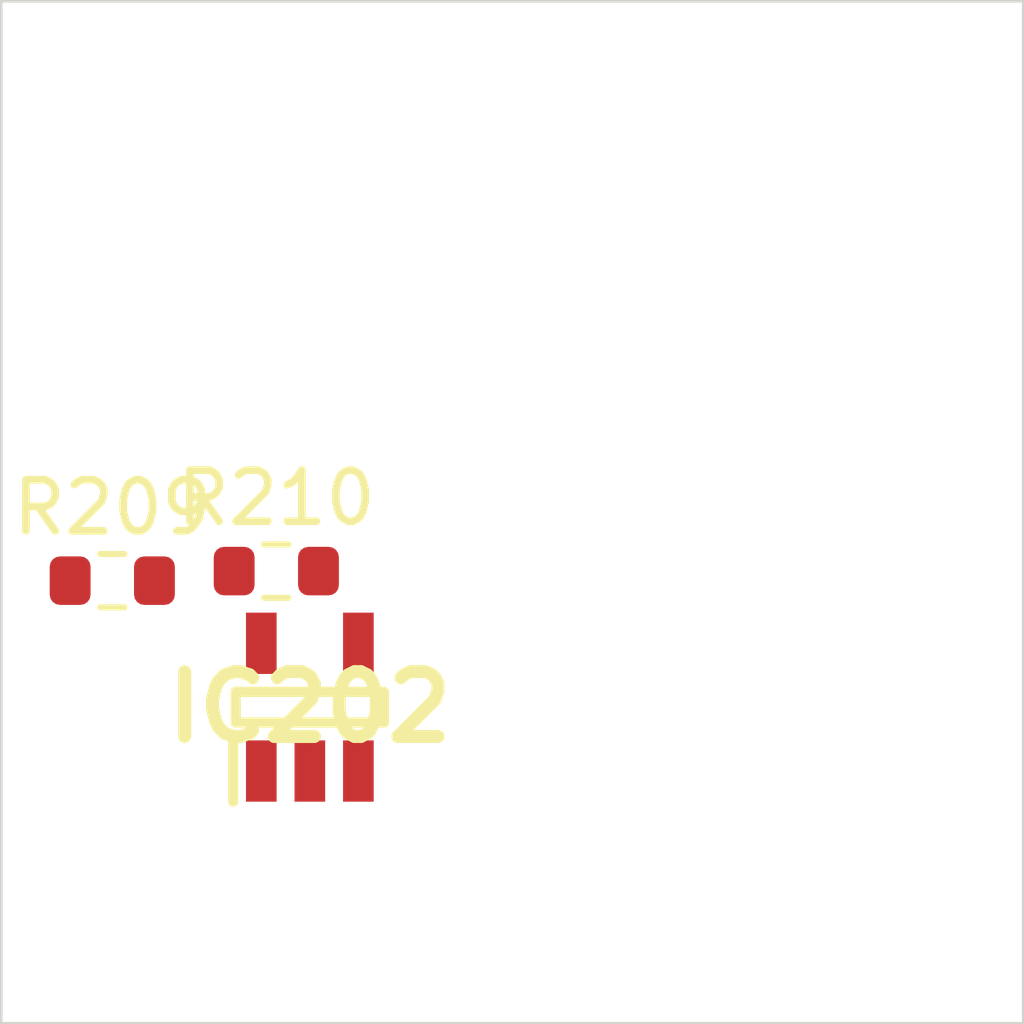
<source format=kicad_pcb>
 ( kicad_pcb  ( version 20171130 )
 ( host pcbnew 5.1.12-84ad8e8a86~92~ubuntu18.04.1 )
 ( general  ( thickness 1.6 )
 ( drawings 4 )
 ( tracks 0 )
 ( zones 0 )
 ( modules 3 )
 ( nets 5 )
)
 ( page A4 )
 ( layers  ( 0 F.Cu signal )
 ( 31 B.Cu signal )
 ( 32 B.Adhes user )
 ( 33 F.Adhes user )
 ( 34 B.Paste user )
 ( 35 F.Paste user )
 ( 36 B.SilkS user )
 ( 37 F.SilkS user )
 ( 38 B.Mask user )
 ( 39 F.Mask user )
 ( 40 Dwgs.User user )
 ( 41 Cmts.User user )
 ( 42 Eco1.User user )
 ( 43 Eco2.User user )
 ( 44 Edge.Cuts user )
 ( 45 Margin user )
 ( 46 B.CrtYd user )
 ( 47 F.CrtYd user )
 ( 48 B.Fab user )
 ( 49 F.Fab user )
)
 ( setup  ( last_trace_width 0.25 )
 ( trace_clearance 0.2 )
 ( zone_clearance 0.508 )
 ( zone_45_only no )
 ( trace_min 0.2 )
 ( via_size 0.8 )
 ( via_drill 0.4 )
 ( via_min_size 0.4 )
 ( via_min_drill 0.3 )
 ( uvia_size 0.3 )
 ( uvia_drill 0.1 )
 ( uvias_allowed no )
 ( uvia_min_size 0.2 )
 ( uvia_min_drill 0.1 )
 ( edge_width 0.05 )
 ( segment_width 0.2 )
 ( pcb_text_width 0.3 )
 ( pcb_text_size 1.5 1.5 )
 ( mod_edge_width 0.12 )
 ( mod_text_size 1 1 )
 ( mod_text_width 0.15 )
 ( pad_size 1.524 1.524 )
 ( pad_drill 0.762 )
 ( pad_to_mask_clearance 0 )
 ( aux_axis_origin 0 0 )
 ( visible_elements FFFFFF7F )
 ( pcbplotparams  ( layerselection 0x010fc_ffffffff )
 ( usegerberextensions false )
 ( usegerberattributes true )
 ( usegerberadvancedattributes true )
 ( creategerberjobfile true )
 ( excludeedgelayer true )
 ( linewidth 0.100000 )
 ( plotframeref false )
 ( viasonmask false )
 ( mode 1 )
 ( useauxorigin false )
 ( hpglpennumber 1 )
 ( hpglpenspeed 20 )
 ( hpglpendiameter 15.000000 )
 ( psnegative false )
 ( psa4output false )
 ( plotreference true )
 ( plotvalue true )
 ( plotinvisibletext false )
 ( padsonsilk false )
 ( subtractmaskfromsilk false )
 ( outputformat 1 )
 ( mirror false )
 ( drillshape 1 )
 ( scaleselection 1 )
 ( outputdirectory "" )
)
)
 ( net 0 "" )
 ( net 1 GND )
 ( net 2 VDDA )
 ( net 3 /Sheet6235D886/vp )
 ( net 4 "Net-(IC202-Pad3)" )
 ( net_class Default "This is the default net class."  ( clearance 0.2 )
 ( trace_width 0.25 )
 ( via_dia 0.8 )
 ( via_drill 0.4 )
 ( uvia_dia 0.3 )
 ( uvia_drill 0.1 )
 ( add_net /Sheet6235D886/vp )
 ( add_net GND )
 ( add_net "Net-(IC202-Pad3)" )
 ( add_net VDDA )
)
 ( module SOT95P280X145-5N locked  ( layer F.Cu )
 ( tedit 62336ED7 )
 ( tstamp 623423ED )
 ( at 86.038900 113.815000 90.000000 )
 ( descr DBV0005A )
 ( tags "Integrated Circuit" )
 ( path /6235D887/6266C08E )
 ( attr smd )
 ( fp_text reference IC202  ( at 0 0 )
 ( layer F.SilkS )
 ( effects  ( font  ( size 1.27 1.27 )
 ( thickness 0.254 )
)
)
)
 ( fp_text value TL071HIDBVR  ( at 0 0 )
 ( layer F.SilkS )
hide  ( effects  ( font  ( size 1.27 1.27 )
 ( thickness 0.254 )
)
)
)
 ( fp_line  ( start -1.85 -1.5 )
 ( end -0.65 -1.5 )
 ( layer F.SilkS )
 ( width 0.2 )
)
 ( fp_line  ( start -0.3 1.45 )
 ( end -0.3 -1.45 )
 ( layer F.SilkS )
 ( width 0.2 )
)
 ( fp_line  ( start 0.3 1.45 )
 ( end -0.3 1.45 )
 ( layer F.SilkS )
 ( width 0.2 )
)
 ( fp_line  ( start 0.3 -1.45 )
 ( end 0.3 1.45 )
 ( layer F.SilkS )
 ( width 0.2 )
)
 ( fp_line  ( start -0.3 -1.45 )
 ( end 0.3 -1.45 )
 ( layer F.SilkS )
 ( width 0.2 )
)
 ( fp_line  ( start -0.8 -0.5 )
 ( end 0.15 -1.45 )
 ( layer Dwgs.User )
 ( width 0.1 )
)
 ( fp_line  ( start -0.8 1.45 )
 ( end -0.8 -1.45 )
 ( layer Dwgs.User )
 ( width 0.1 )
)
 ( fp_line  ( start 0.8 1.45 )
 ( end -0.8 1.45 )
 ( layer Dwgs.User )
 ( width 0.1 )
)
 ( fp_line  ( start 0.8 -1.45 )
 ( end 0.8 1.45 )
 ( layer Dwgs.User )
 ( width 0.1 )
)
 ( fp_line  ( start -0.8 -1.45 )
 ( end 0.8 -1.45 )
 ( layer Dwgs.User )
 ( width 0.1 )
)
 ( fp_line  ( start -2.1 1.775 )
 ( end -2.1 -1.775 )
 ( layer Dwgs.User )
 ( width 0.05 )
)
 ( fp_line  ( start 2.1 1.775 )
 ( end -2.1 1.775 )
 ( layer Dwgs.User )
 ( width 0.05 )
)
 ( fp_line  ( start 2.1 -1.775 )
 ( end 2.1 1.775 )
 ( layer Dwgs.User )
 ( width 0.05 )
)
 ( fp_line  ( start -2.1 -1.775 )
 ( end 2.1 -1.775 )
 ( layer Dwgs.User )
 ( width 0.05 )
)
 ( pad 1 smd rect  ( at -1.25 -0.95 180.000000 )
 ( size 0.6 1.2 )
 ( layers F.Cu F.Mask F.Paste )
 ( net 3 /Sheet6235D886/vp )
)
 ( pad 2 smd rect  ( at -1.25 0 180.000000 )
 ( size 0.6 1.2 )
 ( layers F.Cu F.Mask F.Paste )
 ( net 1 GND )
)
 ( pad 3 smd rect  ( at -1.25 0.95 180.000000 )
 ( size 0.6 1.2 )
 ( layers F.Cu F.Mask F.Paste )
 ( net 4 "Net-(IC202-Pad3)" )
)
 ( pad 4 smd rect  ( at 1.25 0.95 180.000000 )
 ( size 0.6 1.2 )
 ( layers F.Cu F.Mask F.Paste )
 ( net 3 /Sheet6235D886/vp )
)
 ( pad 5 smd rect  ( at 1.25 -0.95 180.000000 )
 ( size 0.6 1.2 )
 ( layers F.Cu F.Mask F.Paste )
 ( net 2 VDDA )
)
)
 ( module Resistor_SMD:R_0603_1608Metric  ( layer F.Cu )
 ( tedit 5F68FEEE )
 ( tstamp 62342595 )
 ( at 82.172700 111.339000 )
 ( descr "Resistor SMD 0603 (1608 Metric), square (rectangular) end terminal, IPC_7351 nominal, (Body size source: IPC-SM-782 page 72, https://www.pcb-3d.com/wordpress/wp-content/uploads/ipc-sm-782a_amendment_1_and_2.pdf), generated with kicad-footprint-generator" )
 ( tags resistor )
 ( path /6235D887/623CDBD9 )
 ( attr smd )
 ( fp_text reference R209  ( at 0 -1.43 )
 ( layer F.SilkS )
 ( effects  ( font  ( size 1 1 )
 ( thickness 0.15 )
)
)
)
 ( fp_text value 100k  ( at 0 1.43 )
 ( layer F.Fab )
 ( effects  ( font  ( size 1 1 )
 ( thickness 0.15 )
)
)
)
 ( fp_line  ( start -0.8 0.4125 )
 ( end -0.8 -0.4125 )
 ( layer F.Fab )
 ( width 0.1 )
)
 ( fp_line  ( start -0.8 -0.4125 )
 ( end 0.8 -0.4125 )
 ( layer F.Fab )
 ( width 0.1 )
)
 ( fp_line  ( start 0.8 -0.4125 )
 ( end 0.8 0.4125 )
 ( layer F.Fab )
 ( width 0.1 )
)
 ( fp_line  ( start 0.8 0.4125 )
 ( end -0.8 0.4125 )
 ( layer F.Fab )
 ( width 0.1 )
)
 ( fp_line  ( start -0.237258 -0.5225 )
 ( end 0.237258 -0.5225 )
 ( layer F.SilkS )
 ( width 0.12 )
)
 ( fp_line  ( start -0.237258 0.5225 )
 ( end 0.237258 0.5225 )
 ( layer F.SilkS )
 ( width 0.12 )
)
 ( fp_line  ( start -1.48 0.73 )
 ( end -1.48 -0.73 )
 ( layer F.CrtYd )
 ( width 0.05 )
)
 ( fp_line  ( start -1.48 -0.73 )
 ( end 1.48 -0.73 )
 ( layer F.CrtYd )
 ( width 0.05 )
)
 ( fp_line  ( start 1.48 -0.73 )
 ( end 1.48 0.73 )
 ( layer F.CrtYd )
 ( width 0.05 )
)
 ( fp_line  ( start 1.48 0.73 )
 ( end -1.48 0.73 )
 ( layer F.CrtYd )
 ( width 0.05 )
)
 ( fp_text user %R  ( at 0 0 )
 ( layer F.Fab )
 ( effects  ( font  ( size 0.4 0.4 )
 ( thickness 0.06 )
)
)
)
 ( pad 1 smd roundrect  ( at -0.825 0 )
 ( size 0.8 0.95 )
 ( layers F.Cu F.Mask F.Paste )
 ( roundrect_rratio 0.25 )
 ( net 2 VDDA )
)
 ( pad 2 smd roundrect  ( at 0.825 0 )
 ( size 0.8 0.95 )
 ( layers F.Cu F.Mask F.Paste )
 ( roundrect_rratio 0.25 )
 ( net 4 "Net-(IC202-Pad3)" )
)
 ( model ${KISYS3DMOD}/Resistor_SMD.3dshapes/R_0603_1608Metric.wrl  ( at  ( xyz 0 0 0 )
)
 ( scale  ( xyz 1 1 1 )
)
 ( rotate  ( xyz 0 0 0 )
)
)
)
 ( module Resistor_SMD:R_0603_1608Metric  ( layer F.Cu )
 ( tedit 5F68FEEE )
 ( tstamp 623425A6 )
 ( at 85.382700 111.152000 )
 ( descr "Resistor SMD 0603 (1608 Metric), square (rectangular) end terminal, IPC_7351 nominal, (Body size source: IPC-SM-782 page 72, https://www.pcb-3d.com/wordpress/wp-content/uploads/ipc-sm-782a_amendment_1_and_2.pdf), generated with kicad-footprint-generator" )
 ( tags resistor )
 ( path /6235D887/623CDBDF )
 ( attr smd )
 ( fp_text reference R210  ( at 0 -1.43 )
 ( layer F.SilkS )
 ( effects  ( font  ( size 1 1 )
 ( thickness 0.15 )
)
)
)
 ( fp_text value 100k  ( at 0 1.43 )
 ( layer F.Fab )
 ( effects  ( font  ( size 1 1 )
 ( thickness 0.15 )
)
)
)
 ( fp_line  ( start 1.48 0.73 )
 ( end -1.48 0.73 )
 ( layer F.CrtYd )
 ( width 0.05 )
)
 ( fp_line  ( start 1.48 -0.73 )
 ( end 1.48 0.73 )
 ( layer F.CrtYd )
 ( width 0.05 )
)
 ( fp_line  ( start -1.48 -0.73 )
 ( end 1.48 -0.73 )
 ( layer F.CrtYd )
 ( width 0.05 )
)
 ( fp_line  ( start -1.48 0.73 )
 ( end -1.48 -0.73 )
 ( layer F.CrtYd )
 ( width 0.05 )
)
 ( fp_line  ( start -0.237258 0.5225 )
 ( end 0.237258 0.5225 )
 ( layer F.SilkS )
 ( width 0.12 )
)
 ( fp_line  ( start -0.237258 -0.5225 )
 ( end 0.237258 -0.5225 )
 ( layer F.SilkS )
 ( width 0.12 )
)
 ( fp_line  ( start 0.8 0.4125 )
 ( end -0.8 0.4125 )
 ( layer F.Fab )
 ( width 0.1 )
)
 ( fp_line  ( start 0.8 -0.4125 )
 ( end 0.8 0.4125 )
 ( layer F.Fab )
 ( width 0.1 )
)
 ( fp_line  ( start -0.8 -0.4125 )
 ( end 0.8 -0.4125 )
 ( layer F.Fab )
 ( width 0.1 )
)
 ( fp_line  ( start -0.8 0.4125 )
 ( end -0.8 -0.4125 )
 ( layer F.Fab )
 ( width 0.1 )
)
 ( fp_text user %R  ( at 0 0 )
 ( layer F.Fab )
 ( effects  ( font  ( size 0.4 0.4 )
 ( thickness 0.06 )
)
)
)
 ( pad 2 smd roundrect  ( at 0.825 0 )
 ( size 0.8 0.95 )
 ( layers F.Cu F.Mask F.Paste )
 ( roundrect_rratio 0.25 )
 ( net 1 GND )
)
 ( pad 1 smd roundrect  ( at -0.825 0 )
 ( size 0.8 0.95 )
 ( layers F.Cu F.Mask F.Paste )
 ( roundrect_rratio 0.25 )
 ( net 4 "Net-(IC202-Pad3)" )
)
 ( model ${KISYS3DMOD}/Resistor_SMD.3dshapes/R_0603_1608Metric.wrl  ( at  ( xyz 0 0 0 )
)
 ( scale  ( xyz 1 1 1 )
)
 ( rotate  ( xyz 0 0 0 )
)
)
)
 ( gr_line  ( start 100 100 )
 ( end 100 120 )
 ( layer Edge.Cuts )
 ( width 0.05 )
 ( tstamp 62E770C4 )
)
 ( gr_line  ( start 80 120 )
 ( end 100 120 )
 ( layer Edge.Cuts )
 ( width 0.05 )
 ( tstamp 62E770C0 )
)
 ( gr_line  ( start 80 100 )
 ( end 100 100 )
 ( layer Edge.Cuts )
 ( width 0.05 )
 ( tstamp 6234110C )
)
 ( gr_line  ( start 80 100 )
 ( end 80 120 )
 ( layer Edge.Cuts )
 ( width 0.05 )
)
)

</source>
